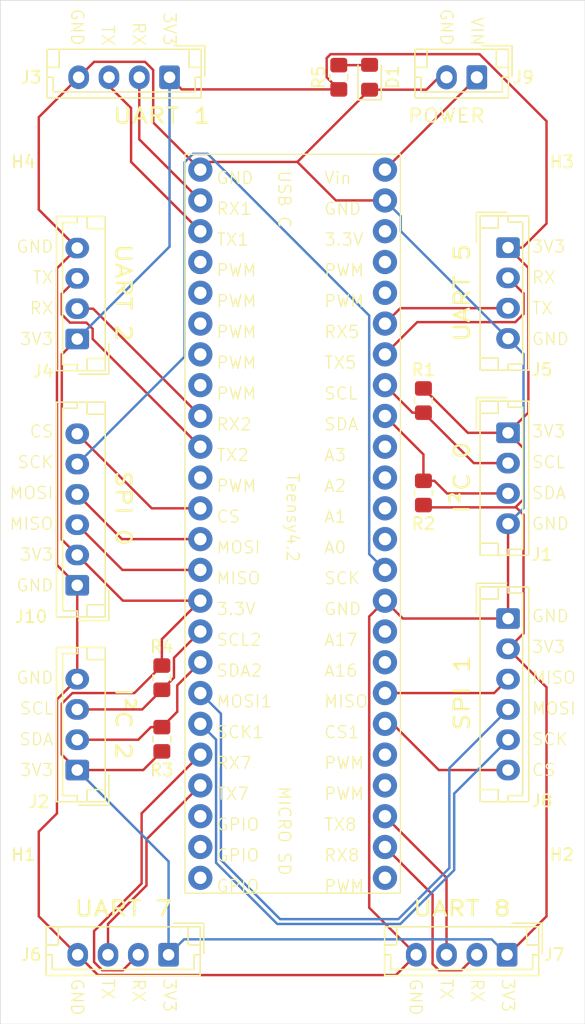
<source format=kicad_pcb>
(kicad_pcb (version 20240108) (generator "pcbnew") (generator_version "8.0")
  (layers (0 "F.Cu" signal) (31 "B.Cu" signal) (34 "B.Paste" user) (35 "F.Paste" user) (36 "B.SilkS" user "B.Silkscreen") (37 "F.SilkS" user "F.Silkscreen") (38 "B.Mask" user) (39 "F.Mask" user) (44 "Edge.Cuts" user))
  (net 0 "")
  (net 1 "/SCL0")
  (net 2 "GND")
  (net 3 "/SDA0")
  (net 4 "+3.3V")
  (net 5 "/SDA2")
  (net 6 "/SCL2")
  (net 7 "/TX1")
  (net 8 "/RX1")
  (net 9 "/TX2")
  (net 10 "/RX2")
  (net 11 "/TX5")
  (net 12 "/RX5")
  (net 13 "/RX7")
  (net 14 "/TX7")
  (net 15 "/TX8")
  (net 16 "/RX8")
  (net 17 "/MOSI1")
  (net 18 "/MISO1")
  (net 19 "/SCK1")
  (net 20 "/CS1")
  (net 21 "/MOSI0")
  (net 22 "/MISO0")
  (net 23 "/SCK0")
  (net 24 "/CS0")
  (net 25 "Net-(D1-A)")
  (net 26 "Net-(J9-Pin_1)")
  (footprint "Connector_JST:JST_EH_B6B-EH-A_1x06_P2.50mm_Vertical" (layer "F.Cu") (at 182.88 78.94 -90)
    (property "Reference" "J8" (at 15.04 -2.8 180) (layer "F.SilkS"))
    (property "Value" "Conn_01x06")
    (pad "1" thru_hole roundrect (at 0 0 270) (size 1.7 1.95) (drill 0.95) (layers "*.Cu" "*.Mask") (roundrect_rratio 0.147059) (net 2 "GND"))
    (pad "2" thru_hole oval (at 2.5 0 270) (size 1.7 1.95) (drill 0.95) (layers "*.Cu" "*.Mask") (net 4 "+3.3V"))
    (pad "3" thru_hole oval (at 5 0 270) (size 1.7 1.95) (drill 0.95) (layers "*.Cu" "*.Mask") (net 18 "/MISO1"))
    (pad "4" thru_hole oval (at 7.5 0 270) (size 1.7 1.95) (drill 0.95) (layers "*.Cu" "*.Mask") (net 17 "/MOSI1"))
    (pad "5" thru_hole oval (at 10 0 270) (size 1.7 1.95) (drill 0.95) (layers "*.Cu" "*.Mask") (net 19 "/SCK1"))
    (pad "6" thru_hole oval (at 12.5 0 270) (size 1.7 1.95) (drill 0.95) (layers "*.Cu" "*.Mask") (net 20 "/CS1"))
  )
  (footprint "Resistor_SMD:R_0805_2012Metric_Pad1.20x1.40mm_HandSolder" (layer "F.Cu") (at 154.305 83.82 -90)
    (property "Reference" "R4" (at -2.54 0 0) (layer "F.SilkS"))
    (property "Value" "3.3kΩ")
    (pad "1" smd roundrect (at -1 0 270) (size 1.2 1.4) (layers "F.Cu" "F.Paste" "F.Mask") (roundrect_rratio 0.208333) (net 4 "+3.3V"))
    (pad "2" smd roundrect (at 1 0 270) (size 1.2 1.4) (layers "F.Cu" "F.Paste" "F.Mask") (roundrect_rratio 0.208333) (net 6 "/SCL2"))
  )
  (footprint "Connector_JST:JST_EH_B4B-EH-A_1x04_P2.50mm_Vertical" (layer "F.Cu") (at 182.88 48.34 -90)
    (property "Reference" "J5" (at 10.08 -2.8 180) (layer "F.SilkS"))
    (property "Value" "Conn_01x04")
    (pad "1" thru_hole roundrect (at 0 0 270) (size 1.7 1.95) (drill 0.95) (layers "*.Cu" "*.Mask") (roundrect_rratio 0.147059) (net 4 "+3.3V"))
    (pad "2" thru_hole oval (at 2.5 0 270) (size 1.7 1.95) (drill 0.95) (layers "*.Cu" "*.Mask") (net 12 "/RX5"))
    (pad "3" thru_hole oval (at 5 0 270) (size 1.7 1.95) (drill 0.95) (layers "*.Cu" "*.Mask") (net 11 "/TX5"))
    (pad "4" thru_hole oval (at 7.5 0 270) (size 1.7 1.95) (drill 0.95) (layers "*.Cu" "*.Mask") (net 2 "GND"))
  )
  (footprint "MountingHole:MountingHole_3.2mm_M3" (layer "F.Cu") (at 182.245 41.275)
    (property "Reference" "H3" (at 5.08 0 0) (layer "F.SilkS"))
    (property "Value" "MountingHole")
    (pad "" np_thru_hole circle (at 0 0) (size 3.2 3.2) (drill 3.2) (layers "*.Cu" "*.Mask"))
  )
  (footprint "Connector_JST:JST_EH_B4B-EH-A_1x04_P2.50mm_Vertical" (layer "F.Cu") (at 154.94 34.29 180)
    (property "Reference" "J3" (at 11.43 0 0) (layer "F.SilkS"))
    (property "Value" "Conn_01x04")
    (pad "1" thru_hole roundrect (at 0 0 180) (size 1.7 1.95) (drill 0.95) (layers "*.Cu" "*.Mask") (roundrect_rratio 0.147059) (net 4 "+3.3V"))
    (pad "2" thru_hole oval (at 2.5 0 180) (size 1.7 1.95) (drill 0.95) (layers "*.Cu" "*.Mask") (net 8 "/RX1"))
    (pad "3" thru_hole oval (at 5 0 180) (size 1.7 1.95) (drill 0.95) (layers "*.Cu" "*.Mask") (net 7 "/TX1"))
    (pad "4" thru_hole oval (at 7.5 0 180) (size 1.7 1.95) (drill 0.95) (layers "*.Cu" "*.Mask") (net 2 "GND"))
  )
  (footprint "Connector_JST:JST_EH_B2B-EH-A_1x02_P2.50mm_Vertical" (layer "F.Cu") (at 180.3 34.29 180)
    (property "Reference" "J9" (at -3.85 0 0) (layer "F.SilkS"))
    (property "Value" "Conn_01x02")
    (pad "1" thru_hole roundrect (at 0 0 180) (size 1.7 2) (drill 1) (layers "*.Cu" "*.Mask") (roundrect_rratio 0.147059) (net 26 "Net-(J9-Pin_1)"))
    (pad "2" thru_hole oval (at 2.5 0 180) (size 1.7 2) (drill 1) (layers "*.Cu" "*.Mask") (net 2 "GND"))
  )
  (footprint "Connector_JST:JST_EH_B4B-EH-A_1x04_P2.50mm_Vertical" (layer "F.Cu") (at 182.88 63.62 -90)
    (property "Reference" "J1" (at 10.04 -2.8 180) (layer "F.SilkS"))
    (property "Value" "Conn_01x04")
    (pad "1" thru_hole roundrect (at 0 0 270) (size 1.7 1.95) (drill 0.95) (layers "*.Cu" "*.Mask") (roundrect_rratio 0.147059) (net 4 "+3.3V"))
    (pad "2" thru_hole oval (at 2.5 0 270) (size 1.7 1.95) (drill 0.95) (layers "*.Cu" "*.Mask") (net 1 "/SCL0"))
    (pad "3" thru_hole oval (at 5 0 270) (size 1.7 1.95) (drill 0.95) (layers "*.Cu" "*.Mask") (net 3 "/SDA0"))
    (pad "4" thru_hole oval (at 7.5 0 270) (size 1.7 1.95) (drill 0.95) (layers "*.Cu" "*.Mask") (net 2 "GND"))
  )
  (footprint "Connector_JST:JST_EH_B4B-EH-A_1x04_P2.50mm_Vertical" (layer "F.Cu") (at 147.32 91.44 90)
    (property "Reference" "J2" (at -2.62 -3.175 180) (layer "F.SilkS"))
    (property "Value" "Conn_01x04")
    (pad "1" thru_hole roundrect (at 0 0 90) (size 1.7 1.95) (drill 0.95) (layers "*.Cu" "*.Mask") (roundrect_rratio 0.147059) (net 4 "+3.3V"))
    (pad "2" thru_hole oval (at 2.5 0 90) (size 1.7 1.95) (drill 0.95) (layers "*.Cu" "*.Mask") (net 5 "/SDA2"))
    (pad "3" thru_hole oval (at 5 0 90) (size 1.7 1.95) (drill 0.95) (layers "*.Cu" "*.Mask") (net 6 "/SCL2"))
    (pad "4" thru_hole oval (at 7.5 0 90) (size 1.7 1.95) (drill 0.95) (layers "*.Cu" "*.Mask") (net 2 "GND"))
  )
  (footprint "MountingHole:MountingHole_3.2mm_M3" (layer "F.Cu") (at 147.955 41.275)
    (property "Reference" "H4" (at -5.08 0 0) (layer "F.SilkS"))
    (property "Value" "MountingHole")
    (pad "" np_thru_hole circle (at 0 0) (size 3.2 3.2) (drill 3.2) (layers "*.Cu" "*.Mask"))
  )
  (footprint "Resistor_SMD:R_0805_2012Metric_Pad1.20x1.40mm_HandSolder" (layer "F.Cu") (at 168.91 34.29 90)
    (property "Reference" "R5" (at 0 -1.65 90) (layer "F.SilkS"))
    (property "Value" "220Ω")
    (pad "1" smd roundrect (at -1 0 90) (size 1.2 1.4) (layers "F.Cu" "F.Paste" "F.Mask") (roundrect_rratio 0.208333) (net 4 "+3.3V"))
    (pad "2" smd roundrect (at 1 0 90) (size 1.2 1.4) (layers "F.Cu" "F.Paste" "F.Mask") (roundrect_rratio 0.208333) (net 25 "Net-(D1-A)"))
  )
  (footprint "Resistor_SMD:R_0805_2012Metric_Pad1.20x1.40mm_HandSolder" (layer "F.Cu") (at 154.305 88.9 -90)
    (property "Reference" "R3" (at 2.54 0 0) (layer "F.SilkS"))
    (property "Value" "3.3kΩ")
    (pad "1" smd roundrect (at -1 0 270) (size 1.2 1.4) (layers "F.Cu" "F.Paste" "F.Mask") (roundrect_rratio 0.208333) (net 5 "/SDA2"))
    (pad "2" smd roundrect (at 1 0 270) (size 1.2 1.4) (layers "F.Cu" "F.Paste" "F.Mask") (roundrect_rratio 0.208333) (net 4 "+3.3V"))
  )
  (footprint "MountingHole:MountingHole_3.2mm_M3" (layer "F.Cu") (at 147.955 98.425)
    (property "Reference" "H1" (at -5.08 0 360) (layer "F.SilkS"))
    (property "Value" "MountingHole")
    (pad "" np_thru_hole circle (at 0 0) (size 3.2 3.2) (drill 3.2) (layers "*.Cu" "*.Mask"))
  )
  (footprint "Connector_JST:JST_EH_B4B-EH-A_1x04_P2.50mm_Vertical" (layer "F.Cu") (at 182.8 106.68 180)
    (property "Reference" "J7" (at -3.89 0 360) (layer "F.SilkS"))
    (property "Value" "Conn_01x04")
    (pad "1" thru_hole roundrect (at 0 0 180) (size 1.7 1.95) (drill 0.95) (layers "*.Cu" "*.Mask") (roundrect_rratio 0.147059) (net 4 "+3.3V"))
    (pad "2" thru_hole oval (at 2.5 0 180) (size 1.7 1.95) (drill 0.95) (layers "*.Cu" "*.Mask") (net 16 "/RX8"))
    (pad "3" thru_hole oval (at 5 0 180) (size 1.7 1.95) (drill 0.95) (layers "*.Cu" "*.Mask") (net 15 "/TX8"))
    (pad "4" thru_hole oval (at 7.5 0 180) (size 1.7 1.95) (drill 0.95) (layers "*.Cu" "*.Mask") (net 2 "GND"))
  )
  (footprint "Resistor_SMD:R_0805_2012Metric_Pad1.20x1.40mm_HandSolder" (layer "F.Cu") (at 175.895 60.96 90)
    (property "Reference" "R1" (at 2.54 0 180) (layer "F.SilkS"))
    (property "Value" "3.3kΩ")
    (pad "1" smd roundrect (at -1 0 90) (size 1.2 1.4) (layers "F.Cu" "F.Paste" "F.Mask") (roundrect_rratio 0.208333) (net 1 "/SCL0"))
    (pad "2" smd roundrect (at 1 0 90) (size 1.2 1.4) (layers "F.Cu" "F.Paste" "F.Mask") (roundrect_rratio 0.208333) (net 4 "+3.3V"))
  )
  (footprint "Resistor_SMD:R_0805_2012Metric_Pad1.20x1.40mm_HandSolder" (layer "F.Cu") (at 175.895 68.58 90)
    (property "Reference" "R2" (at -2.54 0 180) (layer "F.SilkS"))
    (property "Value" "3.3kΩ")
    (pad "1" smd roundrect (at -1 0 90) (size 1.2 1.4) (layers "F.Cu" "F.Paste" "F.Mask") (roundrect_rratio 0.208333) (net 4 "+3.3V"))
    (pad "2" smd roundrect (at 1 0 90) (size 1.2 1.4) (layers "F.Cu" "F.Paste" "F.Mask") (roundrect_rratio 0.208333) (net 3 "/SDA0"))
  )
  (footprint "Connector_JST:JST_EH_B4B-EH-A_1x04_P2.50mm_Vertical" (layer "F.Cu") (at 154.86 106.68 180)
    (property "Reference" "J6" (at 11.35 0 360) (layer "F.SilkS"))
    (property "Value" "Conn_01x04")
    (pad "1" thru_hole roundrect (at 0 0 180) (size 1.7 1.95) (drill 0.95) (layers "*.Cu" "*.Mask") (roundrect_rratio 0.147059) (net 4 "+3.3V"))
    (pad "2" thru_hole oval (at 2.5 0 180) (size 1.7 1.95) (drill 0.95) (layers "*.Cu" "*.Mask") (net 13 "/RX7"))
    (pad "3" thru_hole oval (at 5 0 180) (size 1.7 1.95) (drill 0.95) (layers "*.Cu" "*.Mask") (net 14 "/TX7"))
    (pad "4" thru_hole oval (at 7.5 0 180) (size 1.7 1.95) (drill 0.95) (layers "*.Cu" "*.Mask") (net 2 "GND"))
  )
  (footprint "Connector_JST:JST_EH_B6B-EH-A_1x06_P2.50mm_Vertical" (layer "F.Cu") (at 147.32 76.2 90)
    (property "Reference" "J10" (at -2.58 -3.81 180) (layer "F.SilkS"))
    (property "Value" "Conn_01x06")
    (pad "1" thru_hole roundrect (at 0 0 90) (size 1.7 1.95) (drill 0.95) (layers "*.Cu" "*.Mask") (roundrect_rratio 0.147059) (net 2 "GND"))
    (pad "2" thru_hole oval (at 2.5 0 90) (size 1.7 1.95) (drill 0.95) (layers "*.Cu" "*.Mask") (net 4 "+3.3V"))
    (pad "3" thru_hole oval (at 5 0 90) (size 1.7 1.95) (drill 0.95) (layers "*.Cu" "*.Mask") (net 22 "/MISO0"))
    (pad "4" thru_hole oval (at 7.5 0 90) (size 1.7 1.95) (drill 0.95) (layers "*.Cu" "*.Mask") (net 21 "/MOSI0"))
    (pad "5" thru_hole oval (at 10 0 90) (size 1.7 1.95) (drill 0.95) (layers "*.Cu" "*.Mask") (net 23 "/SCK0"))
    (pad "6" thru_hole oval (at 12.5 0 90) (size 1.7 1.95) (drill 0.95) (layers "*.Cu" "*.Mask") (net 24 "/CS0"))
  )
  (footprint "Breakout Boards:Teensy_4.1" (layer "F.Cu") (at 165.1 71.12)
    (property "Reference" "Teensy4.2" (at 0 -0.5 -90) (layer "F.SilkS") (effects (font (thickness 0.1))))
    (property "Value" "~")
    (fp_text user "SCK1" (at -6.35 17.78 0) (layer "F.SilkS") (effects (font (thickness 0.1)) (justify left bottom)))
    (fp_text user "SDA" (at 2.54 -7.62 0) (layer "F.SilkS") (effects (font (thickness 0.1)) (justify left bottom)))
    (fp_text user "A1" (at 2.54 0 0) (layer "F.SilkS") (effects (font (thickness 0.1)) (justify left bottom)))
    (fp_text user "PWM" (at -6.35 -17.78 0) (layer "F.SilkS") (effects (font (thickness 0.1)) (justify left bottom)))
    (fp_text user "PWM" (at -6.35 -20.32 0) (layer "F.SilkS") (effects (font (thickness 0.1)) (justify left bottom)))
    (fp_text user "RX2" (at -6.35 -7.62 0) (layer "F.SilkS") (effects (font (thickness 0.1)) (justify left bottom)))
    (fp_text user "3.3V" (at 2.54 -22.86 0) (layer "F.SilkS") (effects (font (thickness 0.1)) (justify left bottom)))
    (fp_text user "TX8" (at 2.54 25.4 0) (layer "F.SilkS") (effects (font (thickness 0.1)) (justify left bottom)))
    (fp_text user "PWM" (at 2.54 30.48 0) (layer "F.SilkS") (effects (font (thickness 0.1)) (justify left bottom)))
    (fp_text user "TX1" (at -6.35 -22.86 0) (layer "F.SilkS") (effects (font (thickness 0.1)) (justify left bottom)))
    (fp_text user "MISO" (at 2.54 15.24 0) (layer "F.SilkS") (effects (font (thickness 0.1)) (justify left bottom)))
    (fp_text user "MISO" (at -6.35 5.08 0) (layer "F.SilkS") (effects (font (thickness 0.1)) (justify left bottom)))
    (fp_text user "RX5" (at 2.54 -15.24 0) (layer "F.SilkS") (effects (font (thickness 0.1)) (justify left bottom)))
    (fp_text user "CS" (at -6.35 0 0) (layer "F.SilkS") (effects (font (thickness 0.1)) (justify left bottom)))
    (fp_text user "3.3V" (at -6.35 7.62 0) (layer "F.SilkS") (effects (font (thickness 0.1)) (justify left bottom)))
    (fp_text user "GND" (at -6.35 -27.94 0) (layer "F.SilkS") (effects (font (thickness 0.1)) (justify left bottom)))
    (fp_text user "PWM" (at 2.54 22.86 0) (layer "F.SilkS") (effects (font (thickness 0.1)) (justify left bottom)))
    (fp_text user "GPIO" (at -6.35 27.94 0) (layer "F.SilkS") (effects (font (thickness 0.1)) (justify left bottom)))
    (fp_text user "SDA2" (at -6.35 12.7 0) (layer "F.SilkS") (effects (font (thickness 0.1)) (justify left bottom)))
    (fp_text user "TX7" (at -6.35 22.86 0) (layer "F.SilkS") (effects (font (thickness 0.1)) (justify left bottom)))
    (fp_text user "MOSI" (at -6.35 2.54 0) (layer "F.SilkS") (effects (font (thickness 0.1)) (justify left bottom)))
    (fp_text user "GPIO" (at -6.35 25.4 0) (layer "F.SilkS") (effects (font (thickness 0.1)) (justify left bottom)))
    (fp_text user "TX5" (at 2.54 -12.7 0) (layer "F.SilkS") (effects (font (thickness 0.1)) (justify left bottom)))
    (fp_text user "GPIO" (at -6.35 30.48 0) (layer "F.SilkS") (effects (font (thickness 0.1)) (justify left bottom)))
    (fp_text user "SCL2" (at -6.35 10.16 0) (layer "F.SilkS") (effects (font (thickness 0.1)) (justify left bottom)))
    (fp_text user "PWM" (at -6.35 -10.16 0) (layer "F.SilkS") (effects (font (thickness 0.1)) (justify left bottom)))
    (fp_text user "PWM" (at 2.54 -20.32 0) (layer "F.SilkS") (effects (font (thickness 0.1)) (justify left bottom)))
    (fp_text user "PWM" (at -6.35 -15.24 0) (layer "F.SilkS") (effects (font (thickness 0.1)) (justify left bottom)))
    (fp_text user "RX8" (at 2.54 27.94 0) (layer "F.SilkS") (effects (font (thickness 0.1)) (justify left bottom)))
    (fp_text user "MICRO SD" (at -1.27 21.59 -90) (layer "F.SilkS") (effects (font (thickness 0.1)) (justify left bottom)))
    (fp_text user "PWM" (at 2.54 -17.78 0) (layer "F.SilkS") (effects (font (thickness 0.1)) (justify left bottom)))
    (fp_text user "USB C" (at -1.27 -29.21 -90) (layer "F.SilkS") (effects (font (thickness 0.1)) (justify left bottom)))
    (fp_text user "RX7" (at -6.35 20.32 0) (layer "F.SilkS") (effects (font (thickness 0.1)) (justify left bottom)))
    (fp_text user "A0" (at 2.54 2.54 0) (layer "F.SilkS") (effects (font (thickness 0.1)) (justify left bottom)))
    (fp_text user "PWM" (at -6.35 -12.7 0) (layer "F.SilkS") (effects (font (thickness 0.1)) (justify left bottom)))
    (fp_text user "GND" (at 2.54 -25.4 0) (layer "F.SilkS") (effects (font (thickness 0.1)) (justify left bottom)))
    (fp_text user "GND" (at 2.54 7.62 0) (layer "F.SilkS") (effects (font (thickness 0.1)) (justify left bottom)))
    (fp_text user "SCL" (at 2.54 -10.16 0) (layer "F.SilkS") (effects (font (thickness 0.1)) (justify left bottom)))
    (fp_text user "A3" (at 2.54 -5.08 0) (layer "F.SilkS") (effects (font (thickness 0.1)) (justify left bottom)))
    (fp_text user "A16" (at 2.54 12.7 0) (layer "F.SilkS") (effects (font (thickness 0.1)) (justify left bottom)))
    (fp_text user "SCK" (at 2.54 5.08 0) (layer "F.SilkS") (effects (font (thickness 0.1)) (justify left bottom)))
    (fp_text user "TX2" (at -6.35 -5.08 0) (layer "F.SilkS") (effects (font (thickness 0.1)) (justify left bottom)))
    (fp_text user "Vin" (at 2.54 -27.94 0) (layer "F.SilkS") (effects (font (thickness 0.1)) (justify left bottom)))
    (fp_text user "CS1" (at 2.54 17.78 0) (layer "F.SilkS") (effects (font (thickness 0.1)) (justify left bottom)))
    (fp_text user "PWM" (at -6.35 -2.54 0) (layer "F.SilkS") (effects (font (thickness 0.1)) (justify left bottom)))
    (fp_text user "PWM" (at 2.54 20.32 0) (layer "F.SilkS") (effects (font (thickness 0.1)) (justify left bottom)))
    (fp_text user "A17" (at 2.54 10.16 0) (layer "F.SilkS") (effects (font (thickness 0.1)) (justify left bottom)))
    (fp_text user "MOSI1" (at -6.35 15.24 0) (layer "F.SilkS") (effects (font (thickness 0.1)) (justify left bottom)))
    (fp_text user "A2" (at 2.54 -2.54 0) (layer "F.SilkS") (effects (font (thickness 0.1)) (justify left bottom)))
    (fp_text user "RX1" (at -6.35 -25.4 0) (layer "F.SilkS") (effects (font (thickness 0.1)) (justify left bottom)))
    (pad "0" thru_hole circle (at -7.62 -29.21) (size 2 2) (drill 1.02) (layers "*.Cu" "*.Mask") (net 2 "GND"))
    (pad "1" thru_hole circle (at -7.62 -26.67) (size 2 2) (drill 1.02) (layers "*.Cu" "*.Mask") (net 8 "/RX1"))
    (pad "2" thru_hole circle (at -7.62 -24.13) (size 2 2) (drill 1.02) (layers "*.Cu" "*.Mask") (net 7 "/TX1"))
    (pad "3" thru_hole circle (at -7.62 -21.59) (size 2 2) (drill 1.02) (layers "*.Cu" "*.Mask"))
    (pad "4" thru_hole circle (at -7.62 -19.05) (size 2 2) (drill 1.02) (layers "*.Cu" "*.Mask"))
    (pad "5" thru_hole circle (at -7.62 -16.51) (size 2 2) (drill 1.02) (layers "*.Cu" "*.Mask"))
    (pad "6" thru_hole circle (at -7.62 -13.97) (size 2 2) (drill 1.02) (layers "*.Cu" "*.Mask"))
    (pad "7" thru_hole circle (at -7.62 -11.43) (size 2 2) (drill 1.02) (layers "*.Cu" "*.Mask"))
    (pad "8" thru_hole circle (at -7.62 -8.89) (size 2 2) (drill 1.02) (layers "*.Cu" "*.Mask") (net 10 "/RX2"))
    (pad "9" thru_hole circle (at -7.62 -6.35) (size 2 2) (drill 1.02) (layers "*.Cu" "*.Mask") (net 9 "/TX2"))
    (pad "10" thru_hole circle (at -7.62 -3.81) (size 2 2) (drill 1.02) (layers "*.Cu" "*.Mask"))
    (pad "11" thru_hole circle (at -7.62 -1.27) (size 2 2) (drill 1.02) (layers "*.Cu" "*.Mask") (net 24 "/CS0"))
    (pad "12" thru_hole circle (at -7.62 1.27) (size 2 2) (drill 1.02) (layers "*.Cu" "*.Mask") (net 21 "/MOSI0"))
    (pad "13" thru_hole circle (at -7.62 3.81) (size 2 2) (drill 1.02) (layers "*.Cu" "*.Mask") (net 22 "/MISO0"))
    (pad "14" thru_hole circle (at -7.62 6.35) (size 2 2) (drill 1.02) (layers "*.Cu" "*.Mask") (net 4 "+3.3V"))
    (pad "15" thru_hole circle (at -7.62 8.89) (size 2 2) (drill 1.02) (layers "*.Cu" "*.Mask") (net 6 "/SCL2"))
    (pad "16" thru_hole circle (at -7.62 11.43) (size 2 2) (drill 1.02) (layers "*.Cu" "*.Mask") (net 5 "/SDA2"))
    (pad "17" thru_hole circle (at -7.62 13.97) (size 2 2) (drill 1.02) (layers "*.Cu" "*.Mask") (net 17 "/MOSI1"))
    (pad "18" thru_hole circle (at -7.62 16.51) (size 2 2) (drill 1.02) (layers "*.Cu" "*.Mask") (net 19 "/SCK1"))
    (pad "19" thru_hole circle (at -7.62 19.05) (size 2 2) (drill 1.02) (layers "*.Cu" "*.Mask") (net 13 "/RX7"))
    (pad "20" thru_hole circle (at -7.62 21.59) (size 2 2) (drill 1.02) (layers "*.Cu" "*.Mask") (net 14 "/TX7"))
    (pad "21" thru_hole circle (at -7.62 24.13) (size 2 2) (drill 1.02) (layers "*.Cu" "*.Mask"))
    (pad "22" thru_hole circle (at -7.62 26.67) (size 2 2) (drill 1.02) (layers "*.Cu" "*.Mask"))
    (pad "23" thru_hole circle (at -7.62 29.21) (size 2 2) (drill 1.02) (layers "*.Cu" "*.Mask"))
    (pad "24" thru_hole circle (at 7.62 29.21) (size 2 2) (drill 1.02) (layers "*.Cu" "*.Mask"))
    (pad "25" thru_hole circle (at 7.62 26.67) (size 2 2) (drill 1.02) (layers "*.Cu" "*.Mask") (net 16 "/RX8"))
    (pad "26" thru_hole circle (at 7.62 24.13) (size 2 2) (drill 1.02) (layers "*.Cu" "*.Mask") (net 15 "/TX8"))
    (pad "27" thru_hole circle (at 7.62 21.59) (size 2 2) (drill 1.02) (layers "*.Cu" "*.Mask"))
    (pad "28" thru_hole circle (at 7.62 19.05) (size 2 2) (drill 1.02) (layers "*.Cu" "*.Mask"))
    (pad "29" thru_hole circle (at 7.62 16.51) (size 2 2) (drill 1.02) (layers "*.Cu" "*.Mask") (net 20 "/CS1"))
    (pad "30" thru_hole circle (at 7.62 13.97) (size 2 2) (drill 1.02) (layers "*.Cu" "*.Mask") (net 18 "/MISO1"))
    (pad "31" thru_hole circle (at 7.62 11.43) (size 2 2) (drill 1.02) (layers "*.Cu" "*.Mask"))
    (pad "32" thru_hole circle (at 7.62 8.89) (size 2 2) (drill 1.02) (layers "*.Cu" "*.Mask"))
    (pad "33" thru_hole circle (at 7.62 6.35) (size 2 2) (drill 1.02) (layers "*.Cu" "*.Mask") (net 2 "GND"))
    (pad "34" thru_hole circle (at 7.62 3.81) (size 2 2) (drill 1.02) (layers "*.Cu" "*.Mask") (net 23 "/SCK0"))
    (pad "35" thru_hole circle (at 7.62 1.27) (size 2 2) (drill 1.02) (layers "*.Cu" "*.Mask"))
    (pad "36" thru_hole circle (at 7.62 -1.27) (size 2 2) (drill 1.02) (layers "*.Cu" "*.Mask"))
    (pad "37" thru_hole circle (at 7.62 -3.81) (size 2 2) (drill 1.02) (layers "*.Cu" "*.Mask"))
    (pad "38" thru_hole circle (at 7.62 -6.35) (size 2 2) (drill 1.02) (layers "*.Cu" "*.Mask"))
    (pad "39" thru_hole circle (at 7.62 -8.89) (size 2 2) (drill 1.02) (layers "*.Cu" "*.Mask") (net 3 "/SDA0"))
    (pad "40" thru_hole circle (at 7.62 -11.43) (size 2 2) (drill 1.02) (layers "*.Cu" "*.Mask") (net 1 "/SCL0"))
    (pad "41" thru_hole circle (at 7.62 -13.97) (size 2 2) (drill 1.02) (layers "*.Cu" "*.Mask") (net 12 "/RX5"))
    (pad "42" thru_hole circle (at 7.62 -16.51) (size 2 2) (drill 1.02) (layers "*.Cu" "*.Mask") (net 11 "/TX5"))
    (pad "43" thru_hole circle (at 7.62 -19.05) (size 2 2) (drill 1.02) (layers "*.Cu" "*.Mask"))
    (pad "44" thru_hole circle (at 7.62 -21.59) (size 2 2) (drill 1.02) (layers "*.Cu" "*.Mask"))
    (pad "45" thru_hole circle (at 7.62 -24.13) (size 2 2) (drill 1.02) (layers "*.Cu" "*.Mask"))
    (pad "46" thru_hole circle (at 7.62 -26.67) (size 2 2) (drill 1.02) (layers "*.Cu" "*.Mask") (net 2 "GND"))
    (pad "47" thru_hole circle (at 7.62 -29.21) (size 2 2) (drill 1.02) (layers "*.Cu" "*.Mask") (net 26 "Net-(J9-Pin_1)"))
  )
  (footprint "Connector_JST:JST_EH_B4B-EH-A_1x04_P2.50mm_Vertical" (layer "F.Cu") (at 147.32 55.88 90)
    (property "Reference" "J4" (at -2.66 -2.8 180) (layer "F.SilkS"))
    (property "Value" "Conn_01x04")
    (pad "1" thru_hole roundrect (at 0 0 90) (size 1.7 1.95) (drill 0.95) (layers "*.Cu" "*.Mask") (roundrect_rratio 0.147059) (net 4 "+3.3V"))
    (pad "2" thru_hole oval (at 2.5 0 90) (size 1.7 1.95) (drill 0.95) (layers "*.Cu" "*.Mask") (net 10 "/RX2"))
    (pad "3" thru_hole oval (at 5 0 90) (size 1.7 1.95) (drill 0.95) (layers "*.Cu" "*.Mask") (net 9 "/TX2"))
    (pad "4" thru_hole oval (at 7.5 0 90) (size 1.7 1.95) (drill 0.95) (layers "*.Cu" "*.Mask") (net 2 "GND"))
  )
  (footprint "LED_SMD:LED_0805_2012Metric_Pad1.15x1.40mm_HandSolder" (layer "F.Cu") (at 171.45 34.29 90)
    (property "Reference" "D1" (at 0 1.905 90) (layer "F.SilkS"))
    (property "Value" "LED")
    (pad "1" smd roundrect (at -1.025 0 90) (size 1.15 1.4) (layers "F.Cu" "F.Paste" "F.Mask") (roundrect_rratio 0.217391) (net 2 "GND"))
    (pad "2" smd roundrect (at 1.025 0 90) (size 1.15 1.4) (layers "F.Cu" "F.Paste" "F.Mask") (roundrect_rratio 0.217391) (net 25 "Net-(D1-A)"))
  )
  (footprint "MountingHole:MountingHole_3.2mm_M3" (layer "F.Cu") (at 182.245 98.425)
    (property "Reference" "H2" (at 5.08 0 0) (layer "F.SilkS"))
    (property "Value" "MountingHole")
    (pad "" np_thru_hole circle (at 0 0) (size 3.2 3.2) (drill 3.2) (layers "*.Cu" "*.Mask"))
  )
  (gr_rect (start 140.97 27.94) (end 189.23 112.395) (stroke (width 0.05)) (fill none) (layer "Edge.Cuts"))
  (gr_text "CS\n" (at 145.415 63.5 0) (layer "F.SilkS") (effects (font (size 1 1) (thickness 0.1)) (justify right)))
  (gr_text "I²C 0" (at 179.07 67.31 90) (layer "F.SilkS") (effects (font (size 1.25 1.5) (thickness 0.2))))
  (gr_text "3V3\n" (at 145.415 55.88 0) (layer "F.SilkS") (effects (font (size 1 1) (thickness 0.1)) (justify right)))
  (gr_text "GND" (at 184.785 78.74 0) (layer "F.SilkS") (effects (font (size 1 1) (thickness 0.1)) (justify left)))
  (gr_text "GND" (at 184.785 71.12 0) (layer "F.SilkS") (effects (font (size 1 1) (thickness 0.1)) (justify left)))
  (gr_text "UART 8" (at 179.07 102.87 0) (layer "F.SilkS") (effects (font (size 1.25 1.5) (thickness 0.2))))
  (gr_text "SPI 0\n" (at 151.13 69.85 270) (layer "F.SilkS") (effects (font (size 1.25 1.5) (thickness 0.2))))
  (gr_text "TX" (at 149.86 31.75 -90) (layer "F.SilkS") (effects (font (size 1 1) (thickness 0.1)) (justify right)))
  (gr_text "GND" (at 184.785 55.88 0) (layer "F.SilkS") (effects (font (size 1 1) (thickness 0.1)) (justify left)))
  (gr_text "3V3\n" (at 154.94 108.585 270) (layer "F.SilkS") (effects (font (size 1 1) (thickness 0.1)) (justify left)))
  (gr_text "SCK" (at 184.785 88.9 0) (layer "F.SilkS") (effects (font (size 1 1) (thickness 0.1)) (justify left)))
  (gr_text "TX" (at 145.415 50.8 0) (layer "F.SilkS") (effects (font (size 1 1) (thickness 0.1)) (justify right)))
  (gr_text "UART 2" (at 151.13 52.07 270) (layer "F.SilkS") (effects (font (size 1.25 1.5) (thickness 0.2))))
  (gr_text "UART 1" (at 154.305 37.465 0) (layer "F.SilkS") (effects (font (size 1.25 1.5) (thickness 0.2))))
  (gr_text "UART 5\n" (at 179.07 52.07 90) (layer "F.SilkS") (effects (font (size 1.25 1.5) (thickness 0.2))))
  (gr_text "TX" (at 149.86 108.585 270) (layer "F.SilkS") (effects (font (size 1 1) (thickness 0.1)) (justify left)))
  (gr_text "SCL" (at 184.785 66.04 0) (layer "F.SilkS") (effects (font (size 1 1) (thickness 0.1)) (justify left)))
  (gr_text "GND" (at 145.415 76.2 0) (layer "F.SilkS") (effects (font (size 1 1) (thickness 0.1)) (justify right)))
  (gr_text "3V3\n" (at 184.785 48.26 0) (layer "F.SilkS") (effects (font (size 1 1) (thickness 0.1)) (justify left)))
  (gr_text "RX" (at 180.34 108.585 270) (layer "F.SilkS") (effects (font (size 1 1) (thickness 0.1)) (justify left)))
  (gr_text "SPI 1" (at 179.07 85.09 90) (layer "F.SilkS") (effects (font (size 1.25 1.5) (thickness 0.2))))
  (gr_text "SCK\n" (at 145.415 66.04 0) (layer "F.SilkS") (effects (font (size 1 1) (thickness 0.1)) (justify right)))
  (gr_text "3V3\n" (at 184.785 81.28 0) (layer "F.SilkS") (effects (font (size 1 1) (thickness 0.1)) (justify left)))
  (gr_text "3V3\n" (at 145.415 91.44 0) (layer "F.SilkS") (effects (font (size 1 1) (thickness 0.1)) (justify right)))
  (gr_text "3V3" (at 182.88 108.585 270) (layer "F.SilkS") (effects (font (size 1 1) (thickness 0.1)) (justify left)))
  (gr_text "RX\n" (at 152.4 31.75 -90) (layer "F.SilkS") (effects (font (size 1 1) (thickness 0.1)) (justify right)))
  (gr_text "UART 7" (at 151.13 102.87 0) (layer "F.SilkS") (effects (font (size 1.25 1.5) (thickness 0.2))))
  (gr_text "TX" (at 177.8 108.585 270) (layer "F.SilkS") (effects (font (size 1 1) (thickness 0.1)) (justify left)))
  (gr_text "RX\n" (at 145.415 53.34 0) (layer "F.SilkS") (effects (font (size 1 1) (thickness 0.1)) (justify right)))
  (gr_text "CS" (at 184.785 91.44 0) (layer "F.SilkS") (effects (font (size 1 1) (thickness 0.1)) (justify left)))
  (gr_text "POWER" (at 177.8 37.465 0) (layer "F.SilkS") (effects (font (size 1.125 1.25))))
  (gr_text "3V3\n" (at 145.415 73.66 0) (layer "F.SilkS") (effects (font (size 1 1) (thickness 0.1)) (justify right)))
  (gr_text "GND" (at 175.26 108.585 270) (layer "F.SilkS") (effects (font (size 1 1) (thickness 0.1)) (justify left)))
  (gr_text "RX" (at 152.4 108.585 270) (layer "F.SilkS") (effects (font (size 1 1) (thickness 0.1)) (justify left)))
  (gr_text "3V3\n" (at 184.785 63.5 0) (layer "F.SilkS") (effects (font (size 1 1) (thickness 0.1)) (justify left)))
  (gr_text "3V3\n" (at 154.94 31.75 -90) (layer "F.SilkS") (effects (font (size 1 1) (thickness 0.1)) (justify right)))
  (gr_text "SDA" (at 184.785 68.58 0) (layer "F.SilkS") (effects (font (size 1 1) (thickness 0.1)) (justify left)))
  (gr_text "SDA\n" (at 145.415 88.9 0) (layer "F.SilkS") (effects (font (size 1 1) (thickness 0.1)) (justify right)))
  (gr_text "GND" (at 145.415 48.26 0) (layer "F.SilkS") (effects (font (size 1 1) (thickness 0.1)) (justify right)))
  (gr_text "I²C 2\n" (at 151.13 87.63 270) (layer "F.SilkS") (effects (font (size 1.25 1.5) (thickness 0.2))))
  (gr_text "MISO\n" (at 145.415 71.12 0) (layer "F.SilkS") (effects (font (size 1 1) (thickness 0.1)) (justify right)))
  (gr_text "GND" (at 177.8 31.75 -90) (layer "F.SilkS") (effects (font (size 1 1) (thickness 0.1)) (justify right)))
  (gr_text "RX\n" (at 184.785 50.8 0) (layer "F.SilkS") (effects (font (size 1 1) (thickness 0.1)) (justify left)))
  (gr_text "GND" (at 145.415 83.82 0) (layer "F.SilkS") (effects (font (size 1 1) (thickness 0.1)) (justify right)))
  (gr_text "GND" (at 147.32 108.585 270) (layer "F.SilkS") (effects (font (size 1 1) (thickness 0.1)) (justify left)))
  (gr_text "SCL\n" (at 145.415 86.36 0) (layer "F.SilkS") (effects (font (size 1 1) (thickness 0.1)) (justify right)))
  (gr_text "MOSI" (at 184.785 86.36 0) (layer "F.SilkS") (effects (font (size 1 1) (thickness 0.1)) (justify left)))
  (gr_text "MISO\n" (at 184.785 83.82 0) (layer "F.SilkS") (effects (font (size 1 1) (thickness 0.1)) (justify left)))
  (gr_text "VIN" (at 180.34 31.75 270) (layer "F.SilkS") (effects (font (size 1 1) (thickness 0.1)) (justify right)))
  (gr_text "GND" (at 147.32 31.75 -90) (layer "F.SilkS") (effects (font (size 1 1) (thickness 0.1)) (justify right)))
  (gr_text "TX" (at 184.785 53.34 0) (layer "F.SilkS") (effects (font (size 1 1) (thickness 0.1)) (justify left)))
  (gr_text "MOSI\n" (at 145.415 68.58 0) (layer "F.SilkS") (effects (font (size 1 1) (thickness 0.1)) (justify right)))
  (segment (start 182.88 66.12) (end 180.055 66.12) (width 0.2) (layer "F.Cu") (net 1))
  (segment (start 174.99 61.96) (end 172.72 59.69) (width 0.2) (layer "F.Cu") (net 1))
  (segment (start 175.895 61.96) (end 174.99 61.96) (width 0.2) (layer "F.Cu") (net 1))
  (segment (start 180.055 66.12) (end 175.895 61.96) (width 0.2) (layer "F.Cu") (net 1))
  (segment (start 147.32 83.94) (end 147.32 76.2) (width 0.2) (layer "F.Cu") (net 2))
  (segment (start 144.145 96.52) (end 144.145 103.505) (width 0.2) (layer "F.Cu") (net 2))
  (segment (start 144.145 37.585) (end 144.145 45.205) (width 0.2) (layer "F.Cu") (net 2))
  (segment (start 148.715 33.015) (end 152.916346 33.015) (width 0.2) (layer "F.Cu") (net 2))
  (segment (start 147.36 106.68) (end 149.035 108.355) (width 0.2) (layer "F.Cu") (net 2))
  (segment (start 168.665 44.45) (end 165.49 41.275) (width 0.2) (layer "F.Cu") (net 2))
  (segment (start 172.72 44.45) (end 168.665 44.45) (width 0.2) (layer "F.Cu") (net 2))
  (segment (start 152.916346 33.015) (end 153.59 33.688654) (width 0.2) (layer "F.Cu") (net 2))
  (segment (start 158.115 41.275) (end 165.49 41.275) (width 0.2) (layer "F.Cu") (net 2))
  (segment (start 144.145 45.205) (end 147.32 48.38) (width 0.2) (layer "F.Cu") (net 2))
  (segment (start 147.44 34.29) (end 144.145 37.585) (width 0.2) (layer "F.Cu") (net 2))
  (segment (start 177.165 34.29) (end 177.8 34.29) (width 0.2) (layer "F.Cu") (net 2))
  (segment (start 147.32 83.94) (end 145.645 85.615) (width 0.2) (layer "F.Cu") (net 2))
  (segment (start 147.32 76.2) (end 145.645 74.525) (width 0.2) (layer "F.Cu") (net 2))
  (segment (start 182.88 78.94) (end 174.19 78.94) (width 0.2) (layer "F.Cu") (net 2))
  (segment (start 144.145 103.505) (end 147.32 106.68) (width 0.2) (layer "F.Cu") (net 2))
  (segment (start 182.88 78.94) (end 182.88 71.12) (width 0.2) (layer "F.Cu") (net 2))
  (segment (start 165.49 41.275) (end 171.45 35.315) (width 0.2) (layer "F.Cu") (net 2))
  (segment (start 175.3 106.68) (end 171.42 102.8) (width 0.2) (layer "F.Cu") (net 2))
  (segment (start 153.59 33.688654) (end 153.59 38.02) (width 0.2) (layer "F.Cu") (net 2))
  (segment (start 145.645 74.525) (end 145.645 50.055) (width 0.2) (layer "F.Cu") (net 2))
  (segment (start 157.48 41.91) (end 158.115 41.275) (width 0.2) (layer "F.Cu") (net 2))
  (segment (start 174.19 78.94) (end 172.72 77.47) (width 0.2) (layer "F.Cu") (net 2))
  (segment (start 171.45 35.315) (end 176.14 35.315) (width 0.2) (layer "F.Cu") (net 2))
  (segment (start 145.645 95.02) (end 144.145 96.52) (width 0.2) (layer "F.Cu") (net 2))
  (segment (start 147.32 106.68) (end 147.36 106.68) (width 0.2) (layer "F.Cu") (net 2))
  (segment (start 147.44 34.29) (end 148.715 33.015) (width 0.2) (layer "F.Cu") (net 2))
  (segment (start 171.42 78.77) (end 172.72 77.47) (width 0.2) (layer "F.Cu") (net 2))
  (segment (start 153.59 38.02) (end 157.48 41.91) (width 0.2) (layer "F.Cu") (net 2))
  (segment (start 145.645 85.615) (end 145.645 95.02) (width 0.2) (layer "F.Cu") (net 2))
  (segment (start 145.645 50.055) (end 147.32 48.38) (width 0.2) (layer "F.Cu") (net 2))
  (segment (start 149.035 108.355) (end 173.625 108.355) (width 0.2) (layer "F.Cu") (net 2))
  (segment (start 173.625 108.355) (end 175.3 106.68) (width 0.2) (layer "F.Cu") (net 2))
  (segment (start 176.14 35.315) (end 177.165 34.29) (width 0.2) (layer "F.Cu") (net 2))
  (segment (start 171.42 102.8) (end 171.42 78.77) (width 0.2) (layer "F.Cu") (net 2))
  (segment (start 184.155 69.845) (end 184.155 57.115) (width 0.2) (layer "B.Cu") (net 2))
  (segment (start 174.02 45.75) (end 174.02 46.98) (width 0.2) (layer "B.Cu") (net 2))
  (segment (start 184.155 57.115) (end 182.88 55.84) (width 0.2) (layer "B.Cu") (net 2))
  (segment (start 182.88 71.12) (end 184.155 69.845) (width 0.2) (layer "B.Cu") (net 2))
  (segment (start 172.72 44.45) (end 174.02 45.75) (width 0.2) (layer "B.Cu") (net 2))
  (segment (start 174.02 46.98) (end 182.88 55.84) (width 0.2) (layer "B.Cu") (net 2))
  (segment (start 175.895 67.58) (end 176.8 67.58) (width 0.2) (layer "F.Cu") (net 3))
  (segment (start 175.895 65.405) (end 175.895 67.58) (width 0.2) (layer "F.Cu") (net 3))
  (segment (start 177.84 68.62) (end 182.88 68.62) (width 0.2) (layer "F.Cu") (net 3))
  (segment (start 172.72 62.23) (end 175.895 65.405) (width 0.2) (layer "F.Cu") (net 3))
  (segment (start 176.8 67.58) (end 177.84 68.62) (width 0.2) (layer "F.Cu") (net 3))
  (segment (start 168.91 35.29) (end 167.91 34.29) (width 0.2) (layer "F.Cu") (net 4))
  (segment (start 183.515 69.736346) (end 184.155 69.096346) (width 0.2) (layer "F.Cu") (net 4))
  (segment (start 184.555 50.015) (end 182.88 48.34) (width 0.2) (layer "F.Cu") (net 4))
  (segment (start 167.91 34.29) (end 167.91 32.705256) (width 0.2) (layer "F.Cu") (net 4))
  (segment (start 154.305 80.645) (end 157.48 77.47) (width 0.2) (layer "F.Cu") (net 4))
  (segment (start 147.32 91.44) (end 152.765 91.44) (width 0.2) (layer "F.Cu") (net 4))
  (segment (start 184.07 48.34) (end 182.88 48.34) (width 0.2) (layer "F.Cu") (net 4))
  (segment (start 146.918654 85.09) (end 152.035 85.09) (width 0.2) (layer "F.Cu") (net 4))
  (segment (start 184.155 69.096346) (end 184.155 64.895) (width 0.2) (layer "F.Cu") (net 4))
  (segment (start 182.8 106.68) (end 182.88 106.68) (width 0.2) (layer "F.Cu") (net 4))
  (segment (start 184.155 64.895) (end 182.88 63.62) (width 0.2) (layer "F.Cu") (net 4))
  (segment (start 155.94 35.29) (end 154.94 34.29) (width 0.2) (layer "F.Cu") (net 4))
  (segment (start 146.045 85.963654) (end 146.918654 85.09) (width 0.2) (layer "F.Cu") (net 4))
  (segment (start 152.765 91.44) (end 154.305 89.9) (width 0.2) (layer "F.Cu") (net 4))
  (segment (start 151.09 77.47) (end 147.32 73.7) (width 0.2) (layer "F.Cu") (net 4))
  (segment (start 168.91 35.29) (end 155.94 35.29) (width 0.2) (layer "F.Cu") (net 4))
  (segment (start 186.055 103.505) (end 186.055 84.615) (width 0.2) (layer "F.Cu") (net 4))
  (segment (start 182.88 63.62) (end 179.555 63.62) (width 0.2) (layer "F.Cu") (net 4))
  (segment (start 147.32 73.7) (end 146.045 72.425) (width 0.2) (layer "F.Cu") (net 4))
  (segment (start 182.88 81.44) (end 184.155 80.165) (width 0.2) (layer "F.Cu") (net 4))
  (segment (start 157.48 77.47) (end 151.09 77.47) (width 0.2) (layer "F.Cu") (net 4))
  (segment (start 146.045 57.155) (end 147.32 55.88) (width 0.2) (layer "F.Cu") (net 4))
  (segment (start 183.481346 69.77) (end 183.515 69.736346) (width 0.2) (layer "F.Cu") (net 4))
  (segment (start 176.085 69.77) (end 183.481346 69.77) (width 0.2) (layer "F.Cu") (net 4))
  (segment (start 175.895 69.58) (end 176.085 69.77) (width 0.2) (layer "F.Cu") (net 4))
  (segment (start 186.055 37.910256) (end 186.055 46.355) (width 0.2) (layer "F.Cu") (net 4))
  (segment (start 180.529744 32.385) (end 186.055 37.910256) (width 0.2) (layer "F.Cu") (net 4))
  (segment (start 186.055 46.355) (end 184.07 48.34) (width 0.2) (layer "F.Cu") (net 4))
  (segment (start 184.555 61.945) (end 184.555 50.015) (width 0.2) (layer "F.Cu") (net 4))
  (segment (start 182.88 63.62) (end 184.555 61.945) (width 0.2) (layer "F.Cu") (net 4))
  (segment (start 152.035 85.09) (end 154.305 82.82) (width 0.2) (layer "F.Cu") (net 4))
  (segment (start 147.32 91.44) (end 146.045 90.165) (width 0.2) (layer "F.Cu") (net 4))
  (segment (start 168.230256 32.385) (end 180.529744 32.385) (width 0.2) (layer "F.Cu") (net 4))
  (segment (start 179.555 63.62) (end 175.895 59.96) (width 0.2) (layer "F.Cu") (net 4))
  (segment (start 186.055 84.615) (end 182.88 81.44) (width 0.2) (layer "F.Cu") (net 4))
  (segment (start 184.155 70.376346) (end 183.515 69.736346) (width 0.2) (layer "F.Cu") (net 4))
  (segment (start 154.305 82.82) (end 154.305 80.645) (width 0.2) (layer "F.Cu") (net 4))
  (segment (start 184.155 80.165) (end 184.155 70.376346) (width 0.2) (layer "F.Cu") (net 4))
  (segment (start 167.91 32.705256) (end 168.230256 32.385) (width 0.2) (layer "F.Cu") (net 4))
  (segment (start 146.045 72.425) (end 146.045 57.155) (width 0.2) (layer "F.Cu") (net 4))
  (segment (start 182.88 106.68) (end 186.055 103.505) (width 0.2) (layer "F.Cu") (net 4))
  (segment (start 146.045 90.165) (end 146.045 85.963654) (width 0.2) (layer "F.Cu") (net 4))
  (segment (start 154.86 98.98) (end 147.32 91.44) (width 0.2) (layer "B.Cu") (net 4))
  (segment (start 156.135 105.405) (end 181.525 105.405) (width 0.2) (layer "B.Cu") (net 4))
  (segment (start 154.94 48.26) (end 154.94 34.29) (width 0.2) (layer "B.Cu") (net 4))
  (segment (start 154.86 106.68) (end 156.135 105.405) (width 0.2) (layer "B.Cu") (net 4))
  (segment (start 181.525 105.405) (end 182.8 106.68) (width 0.2) (layer "B.Cu") (net 4))
  (segment (start 147.32 55.88) (end 154.94 48.26) (width 0.2) (layer "B.Cu") (net 4))
  (segment (start 154.86 106.68) (end 154.86 98.98) (width 0.2) (layer "B.Cu") (net 4))
  (segment (start 154.305 87.9) (end 153.4 87.9) (width 0.2) (layer "F.Cu") (net 5))
  (segment (start 155.575 86.63) (end 154.305 87.9) (width 0.2) (layer "F.Cu") (net 5))
  (segment (start 155.575 84.455) (end 155.575 86.63) (width 0.2) (layer "F.Cu") (net 5))
  (segment (start 157.48 82.55) (end 155.575 84.455) (width 0.2) (layer "F.Cu") (net 5))
  (segment (start 152.36 88.94) (end 147.32 88.94) (width 0.2) (layer "F.Cu") (net 5))
  (segment (start 153.4 87.9) (end 152.36 88.94) (width 0.2) (layer "F.Cu") (net 5))
  (segment (start 157.48 80.01) (end 155.305 82.185) (width 0.2) (layer "F.Cu") (net 6))
  (segment (start 155.305 82.185) (end 155.305 83.82) (width 0.2) (layer "F.Cu") (net 6))
  (segment (start 155.305 83.82) (end 154.305 84.82) (width 0.2) (layer "F.Cu") (net 6))
  (segment (start 147.32 86.44) (end 152.685 86.44) (width 0.2) (layer "F.Cu") (net 6))
  (segment (start 152.685 86.44) (end 154.305 84.82) (width 0.2) (layer "F.Cu") (net 6))
  (segment (start 151.765 36.83) (end 149.94 35.005) (width 0.2) (layer "F.Cu") (net 7))
  (segment (start 157.48 46.99) (end 151.765 41.275) (width 0.2) (layer "F.Cu") (net 7))
  (segment (start 151.765 41.275) (end 151.765 36.83) (width 0.2) (layer "F.Cu") (net 7))
  (segment (start 149.94 35.005) (end 149.94 34.29) (width 0.2) (layer "F.Cu") (net 7))
  (segment (start 152.44 39.41) (end 152.44 34.29) (width 0.2) (layer "F.Cu") (net 8))
  (segment (start 157.48 44.45) (end 152.44 39.41) (width 0.2) (layer "F.Cu") (net 8))
  (segment (start 146.718654 54.53) (end 146.045 53.856346) (width 0.2) (layer "F.Cu") (net 9))
  (segment (start 148.595 55.885) (end 148.595 55.045256) (width 0.2) (layer "F.Cu") (net 9))
  (segment (start 148.595 55.045256) (end 148.079744 54.53) (width 0.2) (layer "F.Cu") (net 9))
  (segment (start 146.045 52.155) (end 147.32 50.88) (width 0.2) (layer "F.Cu") (net 9))
  (segment (start 148.079744 54.53) (end 146.718654 54.53) (width 0.2) (layer "F.Cu") (net 9))
  (segment (start 157.48 64.77) (end 148.595 55.885) (width 0.2) (layer "F.Cu") (net 9))
  (segment (start 146.045 53.856346) (end 146.045 52.155) (width 0.2) (layer "F.Cu") (net 9))
  (segment (start 148.63 53.38) (end 147.32 53.38) (width 0.2) (layer "F.Cu") (net 10))
  (segment (start 157.48 62.23) (end 148.63 53.38) (width 0.2) (layer "F.Cu") (net 10))
  (segment (start 173.99 53.34) (end 172.72 54.61) (width 0.2) (layer "F.Cu") (net 11))
  (segment (start 182.88 53.34) (end 173.99 53.34) (width 0.2) (layer "F.Cu") (net 11))
  (segment (start 175.38 54.49) (end 183.481346 54.49) (width 0.2) (layer "F.Cu") (net 12))
  (segment (start 184.155 52.115) (end 182.88 50.84) (width 0.2) (layer "F.Cu") (net 12))
  (segment (start 183.481346 54.49) (end 184.155 53.816346) (width 0.2) (layer "F.Cu") (net 12))
  (segment (start 172.72 57.15) (end 175.38 54.49) (width 0.2) (layer "F.Cu") (net 12))
  (segment (start 184.155 53.816346) (end 184.155 52.115) (width 0.2) (layer "F.Cu") (net 12))
  (segment (start 148.71 104.724314) (end 148.71 107.281346) (width 0.2) (layer "F.Cu") (net 13))
  (segment (start 148.71 107.281346) (end 149.383654 107.955) (width 0.2) (layer "F.Cu") (net 13))
  (segment (start 149.383654 107.955) (end 151.085 107.955) (width 0.2) (layer "F.Cu") (net 13))
  (segment (start 157.48 90.17) (end 152.635 95.015) (width 0.2) (layer "F.Cu") (net 13))
  (segment (start 152.635 95.015) (end 152.635 100.799314) (width 0.2) (layer "F.Cu") (net 13))
  (segment (start 151.085 107.955) (end 152.36 106.68) (width 0.2) (layer "F.Cu") (net 13))
  (segment (start 152.635 100.799314) (end 148.71 104.724314) (width 0.2) (layer "F.Cu") (net 13))
  (segment (start 153.035 100.965) (end 149.86 104.14) (width 0.2) (layer "F.Cu") (net 14))
  (segment (start 149.86 104.14) (end 149.86 106.68) (width 0.2) (layer "F.Cu") (net 14))
  (segment (start 157.48 92.71) (end 153.035 97.155) (width 0.2) (layer "F.Cu") (net 14))
  (segment (start 153.035 97.155) (end 153.035 100.965) (width 0.2) (layer "F.Cu") (net 14))
  (segment (start 177.8 106.68) (end 177.8 100.33) (width 0.2) (layer "F.Cu") (net 15))
  (segment (start 177.8 100.33) (end 172.72 95.25) (width 0.2) (layer "F.Cu") (net 15))
  (segment (start 172.72 97.79) (end 176.65 101.72) (width 0.2) (layer "F.Cu") (net 16))
  (segment (start 177.17 107.955) (end 179.025 107.955) (width 0.2) (layer "F.Cu") (net 16))
  (segment (start 176.65 101.72) (end 176.65 107.435) (width 0.2) (layer "F.Cu") (net 16))
  (segment (start 176.65 107.435) (end 177.17 107.955) (width 0.2) (layer "F.Cu") (net 16))
  (segment (start 179.025 107.955) (end 180.3 106.68) (width 0.2) (layer "F.Cu") (net 16))
  (segment (start 182.88 86.44) (end 178.035 91.285) (width 0.2) (layer "B.Cu") (net 17))
  (segment (start 159.18 86.79) (end 157.48 85.09) (width 0.2) (layer "B.Cu") (net 17))
  (segment (start 178.035 91.285) (end 178.035 99.529314) (width 0.2) (layer "B.Cu") (net 17))
  (segment (start 164.065 103.74) (end 159.18 98.855) (width 0.2) (layer "B.Cu") (net 17))
  (segment (start 159.18 98.855) (end 159.18 86.79) (width 0.2) (layer "B.Cu") (net 17))
  (segment (start 178.035 99.529314) (end 173.824314 103.74) (width 0.2) (layer "B.Cu") (net 17))
  (segment (start 173.824314 103.74) (end 164.065 103.74) (width 0.2) (layer "B.Cu") (net 17))
  (segment (start 172.72 85.09) (end 181.73 85.09) (width 0.2) (layer "F.Cu") (net 18))
  (segment (start 181.73 85.09) (end 182.88 83.94) (width 0.2) (layer "F.Cu") (net 18))
  (segment (start 178.435 93.385) (end 182.88 88.94) (width 0.2) (layer "B.Cu") (net 19))
  (segment (start 158.78 99.09) (end 163.83 104.14) (width 0.2) (layer "B.Cu") (net 19))
  (segment (start 178.435 99.695) (end 178.435 93.385) (width 0.2) (layer "B.Cu") (net 19))
  (segment (start 158.78 88.93) (end 158.78 99.09) (width 0.2) (layer "B.Cu") (net 19))
  (segment (start 163.83 104.14) (end 173.99 104.14) (width 0.2) (layer "B.Cu") (net 19))
  (segment (start 157.48 87.63) (end 158.78 88.93) (width 0.2) (layer "B.Cu") (net 19))
  (segment (start 173.99 104.14) (end 178.435 99.695) (width 0.2) (layer "B.Cu") (net 19))
  (segment (start 172.72 87.63) (end 173.355 87.63) (width 0.2) (layer "F.Cu") (net 20))
  (segment (start 173.355 87.63) (end 177.165 91.44) (width 0.2) (layer "F.Cu") (net 20))
  (segment (start 177.165 91.44) (end 182.88 91.44) (width 0.2) (layer "F.Cu") (net 20))
  (segment (start 157.48 72.39) (end 151.01 72.39) (width 0.2) (layer "F.Cu") (net 21))
  (segment (start 151.01 72.39) (end 147.32 68.7) (width 0.2) (layer "F.Cu") (net 21))
  (segment (start 157.48 74.93) (end 151.05 74.93) (width 0.2) (layer "F.Cu") (net 22))
  (segment (start 151.05 74.93) (end 147.32 71.2) (width 0.2) (layer "F.Cu") (net 22))
  (segment (start 171.42 53.945) (end 171.42 73.63) (width 0.2) (layer "B.Cu") (net 23))
  (segment (start 171.42 73.63) (end 172.72 74.93) (width 0.2) (layer "B.Cu") (net 23))
  (segment (start 156.18 41.305) (end 156.875 40.61) (width 0.2) (layer "B.Cu") (net 23))
  (segment (start 156.875 40.61) (end 158.085 40.61) (width 0.2) (layer "B.Cu") (net 23))
  (segment (start 156.18 57.34) (end 156.18 41.305) (width 0.2) (layer "B.Cu") (net 23))
  (segment (start 147.32 66.2) (end 156.18 57.34) (width 0.2) (layer "B.Cu") (net 23))
  (segment (start 158.085 40.61) (end 171.42 53.945) (width 0.2) (layer "B.Cu") (net 23))
  (segment (start 157.48 69.85) (end 153.47 69.85) (width 0.2) (layer "F.Cu") (net 24))
  (segment (start 153.47 69.85) (end 147.32 63.7) (width 0.2) (layer "F.Cu") (net 24))
  (segment (start 168.91 33.29) (end 171.425 33.29) (width 0.2) (layer "F.Cu") (net 25))
  (segment (start 171.425 33.29) (end 171.45 33.265) (width 0.2) (layer "F.Cu") (net 25))
  (segment (start 180.3 34.33) (end 180.3 34.29) (width 0.2) (layer "F.Cu") (net 26))
  (segment (start 172.72 41.91) (end 180.3 34.33) (width 0.2) (layer "F.Cu") (net 26))
)
</source>
